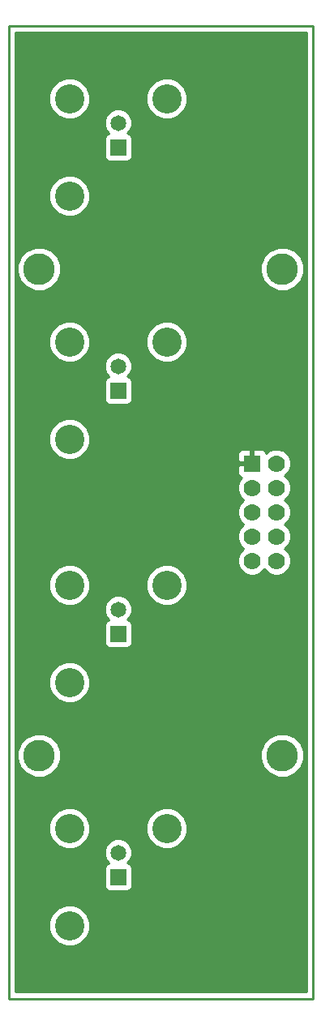
<source format=gtl>
G04 (created by PCBNEW-RS274X (20100406 SVN-R2509)-final) date Thu 17 Jun 2010 02:34:41 PM PDT*
G01*
G70*
G90*
%MOIN*%
G04 Gerber Fmt 3.4, Leading zero omitted, Abs format*
%FSLAX34Y34*%
G04 APERTURE LIST*
%ADD10C,0.001000*%
%ADD11C,0.009000*%
%ADD12C,0.120000*%
%ADD13R,0.065000X0.065000*%
%ADD14C,0.065000*%
%ADD15C,0.130000*%
%ADD16R,0.070000X0.070000*%
%ADD17C,0.070000*%
%ADD18C,0.010000*%
G04 APERTURE END LIST*
G54D10*
G54D11*
X62750Y-22000D02*
X50250Y-22000D01*
X62750Y-62000D02*
X62750Y-22000D01*
X50250Y-62000D02*
X62750Y-62000D01*
X50250Y-22000D02*
X50250Y-62000D01*
G54D12*
X52750Y-55000D03*
X52750Y-59000D03*
G54D13*
X54750Y-57000D03*
G54D14*
X54750Y-56000D03*
G54D12*
X56750Y-55000D03*
X52750Y-45000D03*
X52750Y-49000D03*
G54D13*
X54750Y-47000D03*
G54D14*
X54750Y-46000D03*
G54D12*
X56750Y-45000D03*
X52750Y-35000D03*
X52750Y-39000D03*
G54D13*
X54750Y-37000D03*
G54D14*
X54750Y-36000D03*
G54D12*
X56750Y-35000D03*
X52750Y-25000D03*
X52750Y-29000D03*
G54D13*
X54750Y-27000D03*
G54D14*
X54750Y-26000D03*
G54D12*
X56750Y-25000D03*
G54D15*
X51500Y-32000D03*
X61500Y-32000D03*
X51500Y-52000D03*
X61500Y-52000D03*
G54D16*
X60250Y-40000D03*
G54D17*
X61250Y-40000D03*
X60250Y-41000D03*
X61250Y-41000D03*
X60250Y-42000D03*
X61250Y-42000D03*
X60250Y-43000D03*
X61250Y-43000D03*
X60250Y-44000D03*
X61250Y-44000D03*
G54D18*
X50525Y-22275D02*
X62475Y-22275D01*
X50525Y-22355D02*
X62475Y-22355D01*
X50525Y-22435D02*
X62475Y-22435D01*
X50525Y-22515D02*
X62475Y-22515D01*
X50525Y-22595D02*
X62475Y-22595D01*
X50525Y-22675D02*
X62475Y-22675D01*
X50525Y-22755D02*
X62475Y-22755D01*
X50525Y-22835D02*
X62475Y-22835D01*
X50525Y-22915D02*
X62475Y-22915D01*
X50525Y-22995D02*
X62475Y-22995D01*
X50525Y-23075D02*
X62475Y-23075D01*
X50525Y-23155D02*
X62475Y-23155D01*
X50525Y-23235D02*
X62475Y-23235D01*
X50525Y-23315D02*
X62475Y-23315D01*
X50525Y-23395D02*
X62475Y-23395D01*
X50525Y-23475D02*
X62475Y-23475D01*
X50525Y-23555D02*
X62475Y-23555D01*
X50525Y-23635D02*
X62475Y-23635D01*
X50525Y-23715D02*
X62475Y-23715D01*
X50525Y-23795D02*
X62475Y-23795D01*
X50525Y-23875D02*
X62475Y-23875D01*
X50525Y-23955D02*
X62475Y-23955D01*
X50525Y-24035D02*
X62475Y-24035D01*
X50525Y-24115D02*
X62475Y-24115D01*
X50525Y-24195D02*
X52474Y-24195D01*
X53028Y-24195D02*
X56474Y-24195D01*
X57028Y-24195D02*
X62475Y-24195D01*
X50525Y-24275D02*
X52280Y-24275D01*
X53220Y-24275D02*
X56280Y-24275D01*
X57220Y-24275D02*
X62475Y-24275D01*
X50525Y-24355D02*
X52194Y-24355D01*
X53307Y-24355D02*
X56194Y-24355D01*
X57307Y-24355D02*
X62475Y-24355D01*
X50525Y-24435D02*
X52114Y-24435D01*
X53387Y-24435D02*
X56114Y-24435D01*
X57387Y-24435D02*
X62475Y-24435D01*
X50525Y-24515D02*
X52034Y-24515D01*
X53467Y-24515D02*
X56034Y-24515D01*
X57467Y-24515D02*
X62475Y-24515D01*
X50525Y-24595D02*
X51998Y-24595D01*
X53503Y-24595D02*
X55998Y-24595D01*
X57503Y-24595D02*
X62475Y-24595D01*
X50525Y-24675D02*
X51965Y-24675D01*
X53536Y-24675D02*
X55965Y-24675D01*
X57536Y-24675D02*
X62475Y-24675D01*
X50525Y-24755D02*
X51932Y-24755D01*
X53569Y-24755D02*
X55932Y-24755D01*
X57569Y-24755D02*
X62475Y-24755D01*
X50525Y-24835D02*
X51900Y-24835D01*
X53600Y-24835D02*
X55900Y-24835D01*
X57600Y-24835D02*
X62475Y-24835D01*
X50525Y-24915D02*
X51900Y-24915D01*
X53600Y-24915D02*
X55900Y-24915D01*
X57600Y-24915D02*
X62475Y-24915D01*
X50525Y-24995D02*
X51900Y-24995D01*
X53600Y-24995D02*
X55900Y-24995D01*
X57600Y-24995D02*
X62475Y-24995D01*
X50525Y-25075D02*
X51900Y-25075D01*
X53600Y-25075D02*
X55900Y-25075D01*
X57600Y-25075D02*
X62475Y-25075D01*
X50525Y-25155D02*
X51900Y-25155D01*
X53600Y-25155D02*
X55900Y-25155D01*
X57600Y-25155D02*
X62475Y-25155D01*
X50525Y-25235D02*
X51927Y-25235D01*
X53572Y-25235D02*
X55927Y-25235D01*
X57572Y-25235D02*
X62475Y-25235D01*
X50525Y-25315D02*
X51960Y-25315D01*
X53539Y-25315D02*
X55960Y-25315D01*
X57539Y-25315D02*
X62475Y-25315D01*
X50525Y-25395D02*
X51993Y-25395D01*
X53506Y-25395D02*
X55993Y-25395D01*
X57506Y-25395D02*
X62475Y-25395D01*
X50525Y-25475D02*
X52026Y-25475D01*
X53472Y-25475D02*
X54515Y-25475D01*
X54985Y-25475D02*
X56026Y-25475D01*
X57472Y-25475D02*
X62475Y-25475D01*
X50525Y-25555D02*
X52103Y-25555D01*
X53396Y-25555D02*
X54382Y-25555D01*
X55118Y-25555D02*
X56103Y-25555D01*
X57396Y-25555D02*
X62475Y-25555D01*
X50525Y-25635D02*
X52183Y-25635D01*
X53316Y-25635D02*
X54302Y-25635D01*
X55198Y-25635D02*
X56183Y-25635D01*
X57316Y-25635D02*
X62475Y-25635D01*
X50525Y-25715D02*
X52263Y-25715D01*
X53236Y-25715D02*
X54246Y-25715D01*
X55255Y-25715D02*
X56263Y-25715D01*
X57236Y-25715D02*
X62475Y-25715D01*
X50525Y-25795D02*
X52448Y-25795D01*
X53051Y-25795D02*
X54213Y-25795D01*
X55288Y-25795D02*
X56448Y-25795D01*
X57051Y-25795D02*
X62475Y-25795D01*
X50525Y-25875D02*
X54180Y-25875D01*
X55321Y-25875D02*
X62475Y-25875D01*
X50525Y-25955D02*
X54175Y-25955D01*
X55325Y-25955D02*
X62475Y-25955D01*
X50525Y-26035D02*
X54175Y-26035D01*
X55325Y-26035D02*
X62475Y-26035D01*
X50525Y-26115D02*
X54175Y-26115D01*
X55325Y-26115D02*
X62475Y-26115D01*
X50525Y-26195D02*
X54208Y-26195D01*
X55291Y-26195D02*
X62475Y-26195D01*
X50525Y-26275D02*
X54241Y-26275D01*
X55258Y-26275D02*
X62475Y-26275D01*
X50525Y-26355D02*
X54292Y-26355D01*
X55207Y-26355D02*
X62475Y-26355D01*
X50525Y-26435D02*
X54352Y-26435D01*
X55148Y-26435D02*
X62475Y-26435D01*
X50525Y-26515D02*
X54233Y-26515D01*
X55267Y-26515D02*
X62475Y-26515D01*
X50525Y-26595D02*
X54189Y-26595D01*
X55312Y-26595D02*
X62475Y-26595D01*
X50525Y-26675D02*
X54176Y-26675D01*
X55324Y-26675D02*
X62475Y-26675D01*
X50525Y-26755D02*
X54176Y-26755D01*
X55324Y-26755D02*
X62475Y-26755D01*
X50525Y-26835D02*
X54176Y-26835D01*
X55324Y-26835D02*
X62475Y-26835D01*
X50525Y-26915D02*
X54176Y-26915D01*
X55324Y-26915D02*
X62475Y-26915D01*
X50525Y-26995D02*
X54176Y-26995D01*
X55324Y-26995D02*
X62475Y-26995D01*
X50525Y-27075D02*
X54176Y-27075D01*
X55324Y-27075D02*
X62475Y-27075D01*
X50525Y-27155D02*
X54176Y-27155D01*
X55324Y-27155D02*
X62475Y-27155D01*
X50525Y-27235D02*
X54176Y-27235D01*
X55324Y-27235D02*
X62475Y-27235D01*
X50525Y-27315D02*
X54176Y-27315D01*
X55324Y-27315D02*
X62475Y-27315D01*
X50525Y-27395D02*
X54184Y-27395D01*
X55315Y-27395D02*
X62475Y-27395D01*
X50525Y-27475D02*
X54223Y-27475D01*
X55277Y-27475D02*
X62475Y-27475D01*
X50525Y-27555D02*
X54329Y-27555D01*
X55170Y-27555D02*
X62475Y-27555D01*
X50525Y-27635D02*
X62475Y-27635D01*
X50525Y-27715D02*
X62475Y-27715D01*
X50525Y-27795D02*
X62475Y-27795D01*
X50525Y-27875D02*
X62475Y-27875D01*
X50525Y-27955D02*
X62475Y-27955D01*
X50525Y-28035D02*
X62475Y-28035D01*
X50525Y-28115D02*
X62475Y-28115D01*
X50525Y-28195D02*
X52472Y-28195D01*
X53028Y-28195D02*
X62475Y-28195D01*
X50525Y-28275D02*
X52280Y-28275D01*
X53220Y-28275D02*
X62475Y-28275D01*
X50525Y-28355D02*
X52194Y-28355D01*
X53307Y-28355D02*
X62475Y-28355D01*
X50525Y-28435D02*
X52114Y-28435D01*
X53387Y-28435D02*
X62475Y-28435D01*
X50525Y-28515D02*
X52034Y-28515D01*
X53467Y-28515D02*
X62475Y-28515D01*
X50525Y-28595D02*
X51998Y-28595D01*
X53503Y-28595D02*
X62475Y-28595D01*
X50525Y-28675D02*
X51965Y-28675D01*
X53536Y-28675D02*
X62475Y-28675D01*
X50525Y-28755D02*
X51932Y-28755D01*
X53569Y-28755D02*
X62475Y-28755D01*
X50525Y-28835D02*
X51900Y-28835D01*
X53600Y-28835D02*
X62475Y-28835D01*
X50525Y-28915D02*
X51900Y-28915D01*
X53600Y-28915D02*
X62475Y-28915D01*
X50525Y-28995D02*
X51900Y-28995D01*
X53600Y-28995D02*
X62475Y-28995D01*
X50525Y-29075D02*
X51900Y-29075D01*
X53600Y-29075D02*
X62475Y-29075D01*
X50525Y-29155D02*
X51900Y-29155D01*
X53600Y-29155D02*
X62475Y-29155D01*
X50525Y-29235D02*
X51927Y-29235D01*
X53572Y-29235D02*
X62475Y-29235D01*
X50525Y-29315D02*
X51960Y-29315D01*
X53539Y-29315D02*
X62475Y-29315D01*
X50525Y-29395D02*
X51993Y-29395D01*
X53506Y-29395D02*
X62475Y-29395D01*
X50525Y-29475D02*
X52026Y-29475D01*
X53472Y-29475D02*
X62475Y-29475D01*
X50525Y-29555D02*
X52103Y-29555D01*
X53396Y-29555D02*
X62475Y-29555D01*
X50525Y-29635D02*
X52183Y-29635D01*
X53316Y-29635D02*
X62475Y-29635D01*
X50525Y-29715D02*
X52263Y-29715D01*
X53236Y-29715D02*
X62475Y-29715D01*
X50525Y-29795D02*
X52448Y-29795D01*
X53051Y-29795D02*
X62475Y-29795D01*
X50525Y-29875D02*
X62475Y-29875D01*
X50525Y-29955D02*
X62475Y-29955D01*
X50525Y-30035D02*
X62475Y-30035D01*
X50525Y-30115D02*
X62475Y-30115D01*
X50525Y-30195D02*
X62475Y-30195D01*
X50525Y-30275D02*
X62475Y-30275D01*
X50525Y-30355D02*
X62475Y-30355D01*
X50525Y-30435D02*
X62475Y-30435D01*
X50525Y-30515D02*
X62475Y-30515D01*
X50525Y-30595D02*
X62475Y-30595D01*
X50525Y-30675D02*
X62475Y-30675D01*
X50525Y-30755D02*
X62475Y-30755D01*
X50525Y-30835D02*
X62475Y-30835D01*
X50525Y-30915D02*
X62475Y-30915D01*
X50525Y-30995D02*
X62475Y-30995D01*
X50525Y-31075D02*
X62475Y-31075D01*
X50525Y-31155D02*
X51190Y-31155D01*
X51812Y-31155D02*
X61190Y-31155D01*
X61812Y-31155D02*
X62475Y-31155D01*
X50525Y-31235D02*
X50996Y-31235D01*
X52004Y-31235D02*
X60996Y-31235D01*
X62004Y-31235D02*
X62475Y-31235D01*
X50525Y-31315D02*
X50913Y-31315D01*
X52088Y-31315D02*
X60913Y-31315D01*
X62088Y-31315D02*
X62475Y-31315D01*
X50525Y-31395D02*
X50833Y-31395D01*
X52168Y-31395D02*
X60833Y-31395D01*
X62168Y-31395D02*
X62475Y-31395D01*
X50525Y-31475D02*
X50753Y-31475D01*
X52248Y-31475D02*
X60753Y-31475D01*
X62248Y-31475D02*
X62475Y-31475D01*
X50525Y-31555D02*
X50711Y-31555D01*
X52290Y-31555D02*
X60711Y-31555D01*
X62290Y-31555D02*
X62475Y-31555D01*
X50525Y-31635D02*
X50678Y-31635D01*
X52323Y-31635D02*
X60678Y-31635D01*
X62323Y-31635D02*
X62475Y-31635D01*
X50525Y-31715D02*
X50644Y-31715D01*
X52356Y-31715D02*
X60644Y-31715D01*
X62356Y-31715D02*
X62475Y-31715D01*
X50525Y-31795D02*
X50611Y-31795D01*
X52389Y-31795D02*
X60611Y-31795D01*
X62389Y-31795D02*
X62475Y-31795D01*
X50525Y-31875D02*
X50600Y-31875D01*
X52400Y-31875D02*
X60600Y-31875D01*
X62400Y-31875D02*
X62475Y-31875D01*
X50525Y-31955D02*
X50600Y-31955D01*
X52400Y-31955D02*
X60600Y-31955D01*
X62400Y-31955D02*
X62475Y-31955D01*
X50525Y-32035D02*
X50600Y-32035D01*
X52400Y-32035D02*
X60600Y-32035D01*
X62400Y-32035D02*
X62475Y-32035D01*
X50525Y-32115D02*
X50600Y-32115D01*
X52400Y-32115D02*
X60600Y-32115D01*
X62400Y-32115D02*
X62475Y-32115D01*
X50525Y-32195D02*
X50607Y-32195D01*
X52393Y-32195D02*
X60607Y-32195D01*
X62393Y-32195D02*
X62475Y-32195D01*
X50525Y-32275D02*
X50640Y-32275D01*
X52360Y-32275D02*
X60640Y-32275D01*
X62360Y-32275D02*
X62475Y-32275D01*
X50525Y-32355D02*
X50673Y-32355D01*
X52327Y-32355D02*
X60673Y-32355D01*
X62327Y-32355D02*
X62475Y-32355D01*
X50525Y-32435D02*
X50706Y-32435D01*
X52293Y-32435D02*
X60706Y-32435D01*
X62293Y-32435D02*
X62475Y-32435D01*
X50525Y-32515D02*
X50742Y-32515D01*
X52257Y-32515D02*
X60742Y-32515D01*
X62257Y-32515D02*
X62475Y-32515D01*
X50525Y-32595D02*
X50822Y-32595D01*
X52177Y-32595D02*
X60822Y-32595D01*
X62177Y-32595D02*
X62475Y-32595D01*
X50525Y-32675D02*
X50902Y-32675D01*
X52097Y-32675D02*
X60902Y-32675D01*
X62097Y-32675D02*
X62475Y-32675D01*
X50525Y-32755D02*
X50982Y-32755D01*
X52017Y-32755D02*
X60982Y-32755D01*
X62017Y-32755D02*
X62475Y-32755D01*
X50525Y-32835D02*
X51164Y-32835D01*
X51835Y-32835D02*
X61164Y-32835D01*
X61835Y-32835D02*
X62475Y-32835D01*
X50525Y-32915D02*
X62475Y-32915D01*
X50525Y-32995D02*
X62475Y-32995D01*
X50525Y-33075D02*
X62475Y-33075D01*
X50525Y-33155D02*
X62475Y-33155D01*
X50525Y-33235D02*
X62475Y-33235D01*
X50525Y-33315D02*
X62475Y-33315D01*
X50525Y-33395D02*
X62475Y-33395D01*
X50525Y-33475D02*
X62475Y-33475D01*
X50525Y-33555D02*
X62475Y-33555D01*
X50525Y-33635D02*
X62475Y-33635D01*
X50525Y-33715D02*
X62475Y-33715D01*
X50525Y-33795D02*
X62475Y-33795D01*
X50525Y-33875D02*
X62475Y-33875D01*
X50525Y-33955D02*
X62475Y-33955D01*
X50525Y-34035D02*
X62475Y-34035D01*
X50525Y-34115D02*
X62475Y-34115D01*
X50525Y-34195D02*
X52472Y-34195D01*
X53028Y-34195D02*
X56472Y-34195D01*
X57028Y-34195D02*
X62475Y-34195D01*
X50525Y-34275D02*
X52280Y-34275D01*
X53220Y-34275D02*
X56280Y-34275D01*
X57220Y-34275D02*
X62475Y-34275D01*
X50525Y-34355D02*
X52194Y-34355D01*
X53307Y-34355D02*
X56194Y-34355D01*
X57307Y-34355D02*
X62475Y-34355D01*
X50525Y-34435D02*
X52114Y-34435D01*
X53387Y-34435D02*
X56114Y-34435D01*
X57387Y-34435D02*
X62475Y-34435D01*
X50525Y-34515D02*
X52034Y-34515D01*
X53467Y-34515D02*
X56034Y-34515D01*
X57467Y-34515D02*
X62475Y-34515D01*
X50525Y-34595D02*
X51998Y-34595D01*
X53503Y-34595D02*
X55998Y-34595D01*
X57503Y-34595D02*
X62475Y-34595D01*
X50525Y-34675D02*
X51965Y-34675D01*
X53536Y-34675D02*
X55965Y-34675D01*
X57536Y-34675D02*
X62475Y-34675D01*
X50525Y-34755D02*
X51932Y-34755D01*
X53569Y-34755D02*
X55932Y-34755D01*
X57569Y-34755D02*
X62475Y-34755D01*
X50525Y-34835D02*
X51900Y-34835D01*
X53600Y-34835D02*
X55900Y-34835D01*
X57600Y-34835D02*
X62475Y-34835D01*
X50525Y-34915D02*
X51900Y-34915D01*
X53600Y-34915D02*
X55900Y-34915D01*
X57600Y-34915D02*
X62475Y-34915D01*
X50525Y-34995D02*
X51900Y-34995D01*
X53600Y-34995D02*
X55900Y-34995D01*
X57600Y-34995D02*
X62475Y-34995D01*
X50525Y-35075D02*
X51900Y-35075D01*
X53600Y-35075D02*
X55900Y-35075D01*
X57600Y-35075D02*
X62475Y-35075D01*
X50525Y-35155D02*
X51900Y-35155D01*
X53600Y-35155D02*
X55900Y-35155D01*
X57600Y-35155D02*
X62475Y-35155D01*
X50525Y-35235D02*
X51927Y-35235D01*
X53572Y-35235D02*
X55927Y-35235D01*
X57572Y-35235D02*
X62475Y-35235D01*
X50525Y-35315D02*
X51960Y-35315D01*
X53539Y-35315D02*
X55960Y-35315D01*
X57539Y-35315D02*
X62475Y-35315D01*
X50525Y-35395D02*
X51993Y-35395D01*
X53506Y-35395D02*
X55993Y-35395D01*
X57506Y-35395D02*
X62475Y-35395D01*
X50525Y-35475D02*
X52026Y-35475D01*
X53472Y-35475D02*
X54515Y-35475D01*
X54985Y-35475D02*
X56026Y-35475D01*
X57472Y-35475D02*
X62475Y-35475D01*
X50525Y-35555D02*
X52103Y-35555D01*
X53396Y-35555D02*
X54382Y-35555D01*
X55118Y-35555D02*
X56103Y-35555D01*
X57396Y-35555D02*
X62475Y-35555D01*
X50525Y-35635D02*
X52183Y-35635D01*
X53316Y-35635D02*
X54302Y-35635D01*
X55198Y-35635D02*
X56183Y-35635D01*
X57316Y-35635D02*
X62475Y-35635D01*
X50525Y-35715D02*
X52263Y-35715D01*
X53236Y-35715D02*
X54246Y-35715D01*
X55255Y-35715D02*
X56263Y-35715D01*
X57236Y-35715D02*
X62475Y-35715D01*
X50525Y-35795D02*
X52448Y-35795D01*
X53051Y-35795D02*
X54213Y-35795D01*
X55288Y-35795D02*
X56448Y-35795D01*
X57051Y-35795D02*
X62475Y-35795D01*
X50525Y-35875D02*
X54180Y-35875D01*
X55321Y-35875D02*
X62475Y-35875D01*
X50525Y-35955D02*
X54175Y-35955D01*
X55325Y-35955D02*
X62475Y-35955D01*
X50525Y-36035D02*
X54175Y-36035D01*
X55325Y-36035D02*
X62475Y-36035D01*
X50525Y-36115D02*
X54175Y-36115D01*
X55325Y-36115D02*
X62475Y-36115D01*
X50525Y-36195D02*
X54208Y-36195D01*
X55291Y-36195D02*
X62475Y-36195D01*
X50525Y-36275D02*
X54241Y-36275D01*
X55258Y-36275D02*
X62475Y-36275D01*
X50525Y-36355D02*
X54292Y-36355D01*
X55207Y-36355D02*
X62475Y-36355D01*
X50525Y-36435D02*
X54352Y-36435D01*
X55148Y-36435D02*
X62475Y-36435D01*
X50525Y-36515D02*
X54233Y-36515D01*
X55267Y-36515D02*
X62475Y-36515D01*
X50525Y-36595D02*
X54189Y-36595D01*
X55312Y-36595D02*
X62475Y-36595D01*
X50525Y-36675D02*
X54176Y-36675D01*
X55324Y-36675D02*
X62475Y-36675D01*
X50525Y-36755D02*
X54176Y-36755D01*
X55324Y-36755D02*
X62475Y-36755D01*
X50525Y-36835D02*
X54176Y-36835D01*
X55324Y-36835D02*
X62475Y-36835D01*
X50525Y-36915D02*
X54176Y-36915D01*
X55324Y-36915D02*
X62475Y-36915D01*
X50525Y-36995D02*
X54176Y-36995D01*
X55324Y-36995D02*
X62475Y-36995D01*
X50525Y-37075D02*
X54176Y-37075D01*
X55324Y-37075D02*
X62475Y-37075D01*
X50525Y-37155D02*
X54176Y-37155D01*
X55324Y-37155D02*
X62475Y-37155D01*
X50525Y-37235D02*
X54176Y-37235D01*
X55324Y-37235D02*
X62475Y-37235D01*
X50525Y-37315D02*
X54176Y-37315D01*
X55324Y-37315D02*
X62475Y-37315D01*
X50525Y-37395D02*
X54184Y-37395D01*
X55315Y-37395D02*
X62475Y-37395D01*
X50525Y-37475D02*
X54223Y-37475D01*
X55277Y-37475D02*
X62475Y-37475D01*
X50525Y-37555D02*
X54329Y-37555D01*
X55170Y-37555D02*
X62475Y-37555D01*
X50525Y-37635D02*
X62475Y-37635D01*
X50525Y-37715D02*
X62475Y-37715D01*
X50525Y-37795D02*
X62475Y-37795D01*
X50525Y-37875D02*
X62475Y-37875D01*
X50525Y-37955D02*
X62475Y-37955D01*
X50525Y-38035D02*
X62475Y-38035D01*
X50525Y-38115D02*
X62475Y-38115D01*
X50525Y-38195D02*
X52472Y-38195D01*
X53028Y-38195D02*
X62475Y-38195D01*
X50525Y-38275D02*
X52280Y-38275D01*
X53220Y-38275D02*
X62475Y-38275D01*
X50525Y-38355D02*
X52194Y-38355D01*
X53307Y-38355D02*
X62475Y-38355D01*
X50525Y-38435D02*
X52114Y-38435D01*
X53387Y-38435D02*
X62475Y-38435D01*
X50525Y-38515D02*
X52034Y-38515D01*
X53467Y-38515D02*
X62475Y-38515D01*
X50525Y-38595D02*
X51998Y-38595D01*
X53503Y-38595D02*
X62475Y-38595D01*
X50525Y-38675D02*
X51965Y-38675D01*
X53536Y-38675D02*
X62475Y-38675D01*
X50525Y-38755D02*
X51932Y-38755D01*
X53569Y-38755D02*
X62475Y-38755D01*
X50525Y-38835D02*
X51900Y-38835D01*
X53600Y-38835D02*
X62475Y-38835D01*
X50525Y-38915D02*
X51900Y-38915D01*
X53600Y-38915D02*
X62475Y-38915D01*
X50525Y-38995D02*
X51900Y-38995D01*
X53600Y-38995D02*
X62475Y-38995D01*
X50525Y-39075D02*
X51900Y-39075D01*
X53600Y-39075D02*
X62475Y-39075D01*
X50525Y-39155D02*
X51900Y-39155D01*
X53600Y-39155D02*
X62475Y-39155D01*
X50525Y-39235D02*
X51927Y-39235D01*
X53572Y-39235D02*
X62475Y-39235D01*
X50525Y-39315D02*
X51960Y-39315D01*
X53539Y-39315D02*
X62475Y-39315D01*
X50525Y-39395D02*
X51993Y-39395D01*
X53506Y-39395D02*
X62475Y-39395D01*
X50525Y-39475D02*
X52026Y-39475D01*
X53472Y-39475D02*
X59723Y-39475D01*
X60200Y-39475D02*
X60300Y-39475D01*
X60777Y-39475D02*
X60953Y-39475D01*
X61548Y-39475D02*
X62475Y-39475D01*
X50525Y-39555D02*
X52103Y-39555D01*
X53396Y-39555D02*
X59670Y-39555D01*
X60200Y-39555D02*
X60300Y-39555D01*
X60831Y-39555D02*
X60848Y-39555D01*
X61652Y-39555D02*
X62475Y-39555D01*
X50525Y-39635D02*
X52183Y-39635D01*
X53316Y-39635D02*
X59651Y-39635D01*
X60200Y-39635D02*
X60300Y-39635D01*
X61732Y-39635D02*
X62475Y-39635D01*
X50525Y-39715D02*
X52263Y-39715D01*
X53236Y-39715D02*
X59651Y-39715D01*
X60200Y-39715D02*
X60300Y-39715D01*
X61781Y-39715D02*
X62475Y-39715D01*
X50525Y-39795D02*
X52448Y-39795D01*
X53051Y-39795D02*
X59651Y-39795D01*
X60200Y-39795D02*
X60300Y-39795D01*
X61814Y-39795D02*
X62475Y-39795D01*
X50525Y-39875D02*
X59651Y-39875D01*
X60200Y-39875D02*
X60300Y-39875D01*
X61847Y-39875D02*
X62475Y-39875D01*
X50525Y-39955D02*
X60300Y-39955D01*
X61849Y-39955D02*
X62475Y-39955D01*
X50525Y-40035D02*
X60300Y-40035D01*
X61849Y-40035D02*
X62475Y-40035D01*
X50525Y-40115D02*
X59650Y-40115D01*
X61849Y-40115D02*
X62475Y-40115D01*
X50525Y-40195D02*
X59650Y-40195D01*
X61817Y-40195D02*
X62475Y-40195D01*
X50525Y-40275D02*
X59650Y-40275D01*
X61784Y-40275D02*
X62475Y-40275D01*
X50525Y-40355D02*
X59650Y-40355D01*
X61741Y-40355D02*
X62475Y-40355D01*
X50525Y-40435D02*
X59665Y-40435D01*
X61660Y-40435D02*
X62475Y-40435D01*
X50525Y-40515D02*
X59713Y-40515D01*
X61612Y-40515D02*
X62475Y-40515D01*
X50525Y-40595D02*
X59808Y-40595D01*
X61692Y-40595D02*
X62475Y-40595D01*
X50525Y-40675D02*
X59737Y-40675D01*
X61764Y-40675D02*
X62475Y-40675D01*
X50525Y-40755D02*
X59704Y-40755D01*
X61797Y-40755D02*
X62475Y-40755D01*
X50525Y-40835D02*
X59671Y-40835D01*
X61830Y-40835D02*
X62475Y-40835D01*
X50525Y-40915D02*
X59651Y-40915D01*
X61849Y-40915D02*
X62475Y-40915D01*
X50525Y-40995D02*
X59651Y-40995D01*
X61849Y-40995D02*
X62475Y-40995D01*
X50525Y-41075D02*
X59651Y-41075D01*
X61849Y-41075D02*
X62475Y-41075D01*
X50525Y-41155D02*
X59665Y-41155D01*
X61834Y-41155D02*
X62475Y-41155D01*
X50525Y-41235D02*
X59698Y-41235D01*
X61801Y-41235D02*
X62475Y-41235D01*
X50525Y-41315D02*
X59732Y-41315D01*
X61767Y-41315D02*
X62475Y-41315D01*
X50525Y-41395D02*
X59798Y-41395D01*
X61701Y-41395D02*
X62475Y-41395D01*
X50525Y-41475D02*
X59878Y-41475D01*
X61620Y-41475D02*
X62475Y-41475D01*
X50525Y-41555D02*
X59847Y-41555D01*
X61652Y-41555D02*
X62475Y-41555D01*
X50525Y-41635D02*
X59768Y-41635D01*
X61732Y-41635D02*
X62475Y-41635D01*
X50525Y-41715D02*
X59720Y-41715D01*
X61781Y-41715D02*
X62475Y-41715D01*
X50525Y-41795D02*
X59687Y-41795D01*
X61814Y-41795D02*
X62475Y-41795D01*
X50525Y-41875D02*
X59654Y-41875D01*
X61847Y-41875D02*
X62475Y-41875D01*
X50525Y-41955D02*
X59651Y-41955D01*
X61849Y-41955D02*
X62475Y-41955D01*
X50525Y-42035D02*
X59651Y-42035D01*
X61849Y-42035D02*
X62475Y-42035D01*
X50525Y-42115D02*
X59651Y-42115D01*
X61849Y-42115D02*
X62475Y-42115D01*
X50525Y-42195D02*
X59682Y-42195D01*
X61817Y-42195D02*
X62475Y-42195D01*
X50525Y-42275D02*
X59715Y-42275D01*
X61784Y-42275D02*
X62475Y-42275D01*
X50525Y-42355D02*
X59758Y-42355D01*
X61741Y-42355D02*
X62475Y-42355D01*
X50525Y-42435D02*
X59838Y-42435D01*
X61660Y-42435D02*
X62475Y-42435D01*
X50525Y-42515D02*
X59887Y-42515D01*
X61612Y-42515D02*
X62475Y-42515D01*
X50525Y-42595D02*
X59808Y-42595D01*
X61692Y-42595D02*
X62475Y-42595D01*
X50525Y-42675D02*
X59737Y-42675D01*
X61764Y-42675D02*
X62475Y-42675D01*
X50525Y-42755D02*
X59704Y-42755D01*
X61797Y-42755D02*
X62475Y-42755D01*
X50525Y-42835D02*
X59671Y-42835D01*
X61830Y-42835D02*
X62475Y-42835D01*
X50525Y-42915D02*
X59651Y-42915D01*
X61849Y-42915D02*
X62475Y-42915D01*
X50525Y-42995D02*
X59651Y-42995D01*
X61849Y-42995D02*
X62475Y-42995D01*
X50525Y-43075D02*
X59651Y-43075D01*
X61849Y-43075D02*
X62475Y-43075D01*
X50525Y-43155D02*
X59665Y-43155D01*
X61834Y-43155D02*
X62475Y-43155D01*
X50525Y-43235D02*
X59698Y-43235D01*
X61801Y-43235D02*
X62475Y-43235D01*
X50525Y-43315D02*
X59732Y-43315D01*
X61767Y-43315D02*
X62475Y-43315D01*
X50525Y-43395D02*
X59798Y-43395D01*
X61701Y-43395D02*
X62475Y-43395D01*
X50525Y-43475D02*
X59878Y-43475D01*
X61620Y-43475D02*
X62475Y-43475D01*
X50525Y-43555D02*
X59847Y-43555D01*
X61652Y-43555D02*
X62475Y-43555D01*
X50525Y-43635D02*
X59768Y-43635D01*
X61732Y-43635D02*
X62475Y-43635D01*
X50525Y-43715D02*
X59720Y-43715D01*
X61781Y-43715D02*
X62475Y-43715D01*
X50525Y-43795D02*
X59687Y-43795D01*
X61814Y-43795D02*
X62475Y-43795D01*
X50525Y-43875D02*
X59654Y-43875D01*
X61847Y-43875D02*
X62475Y-43875D01*
X50525Y-43955D02*
X59651Y-43955D01*
X61849Y-43955D02*
X62475Y-43955D01*
X50525Y-44035D02*
X59651Y-44035D01*
X61849Y-44035D02*
X62475Y-44035D01*
X50525Y-44115D02*
X59651Y-44115D01*
X61849Y-44115D02*
X62475Y-44115D01*
X50525Y-44195D02*
X52472Y-44195D01*
X53028Y-44195D02*
X56472Y-44195D01*
X57028Y-44195D02*
X59682Y-44195D01*
X61817Y-44195D02*
X62475Y-44195D01*
X50525Y-44275D02*
X52280Y-44275D01*
X53220Y-44275D02*
X56280Y-44275D01*
X57220Y-44275D02*
X59715Y-44275D01*
X61784Y-44275D02*
X62475Y-44275D01*
X50525Y-44355D02*
X52194Y-44355D01*
X53307Y-44355D02*
X56194Y-44355D01*
X57307Y-44355D02*
X59758Y-44355D01*
X60740Y-44355D02*
X60758Y-44355D01*
X61742Y-44355D02*
X62475Y-44355D01*
X50525Y-44435D02*
X52114Y-44435D01*
X53387Y-44435D02*
X56114Y-44435D01*
X57387Y-44435D02*
X59838Y-44435D01*
X60661Y-44435D02*
X60838Y-44435D01*
X61662Y-44435D02*
X62475Y-44435D01*
X50525Y-44515D02*
X52034Y-44515D01*
X53467Y-44515D02*
X56034Y-44515D01*
X57467Y-44515D02*
X59927Y-44515D01*
X60572Y-44515D02*
X60927Y-44515D01*
X61572Y-44515D02*
X62475Y-44515D01*
X50525Y-44595D02*
X51998Y-44595D01*
X53503Y-44595D02*
X55998Y-44595D01*
X57503Y-44595D02*
X60121Y-44595D01*
X60378Y-44595D02*
X61121Y-44595D01*
X61378Y-44595D02*
X62475Y-44595D01*
X50525Y-44675D02*
X51965Y-44675D01*
X53536Y-44675D02*
X55965Y-44675D01*
X57536Y-44675D02*
X62475Y-44675D01*
X50525Y-44755D02*
X51932Y-44755D01*
X53569Y-44755D02*
X55932Y-44755D01*
X57569Y-44755D02*
X62475Y-44755D01*
X50525Y-44835D02*
X51900Y-44835D01*
X53600Y-44835D02*
X55900Y-44835D01*
X57600Y-44835D02*
X62475Y-44835D01*
X50525Y-44915D02*
X51900Y-44915D01*
X53600Y-44915D02*
X55900Y-44915D01*
X57600Y-44915D02*
X62475Y-44915D01*
X50525Y-44995D02*
X51900Y-44995D01*
X53600Y-44995D02*
X55900Y-44995D01*
X57600Y-44995D02*
X62475Y-44995D01*
X50525Y-45075D02*
X51900Y-45075D01*
X53600Y-45075D02*
X55900Y-45075D01*
X57600Y-45075D02*
X62475Y-45075D01*
X50525Y-45155D02*
X51900Y-45155D01*
X53600Y-45155D02*
X55900Y-45155D01*
X57600Y-45155D02*
X62475Y-45155D01*
X50525Y-45235D02*
X51927Y-45235D01*
X53572Y-45235D02*
X55927Y-45235D01*
X57572Y-45235D02*
X62475Y-45235D01*
X50525Y-45315D02*
X51960Y-45315D01*
X53539Y-45315D02*
X55960Y-45315D01*
X57539Y-45315D02*
X62475Y-45315D01*
X50525Y-45395D02*
X51993Y-45395D01*
X53506Y-45395D02*
X55993Y-45395D01*
X57506Y-45395D02*
X62475Y-45395D01*
X50525Y-45475D02*
X52026Y-45475D01*
X53472Y-45475D02*
X54515Y-45475D01*
X54985Y-45475D02*
X56026Y-45475D01*
X57472Y-45475D02*
X62475Y-45475D01*
X50525Y-45555D02*
X52103Y-45555D01*
X53396Y-45555D02*
X54382Y-45555D01*
X55118Y-45555D02*
X56103Y-45555D01*
X57396Y-45555D02*
X62475Y-45555D01*
X50525Y-45635D02*
X52183Y-45635D01*
X53316Y-45635D02*
X54302Y-45635D01*
X55198Y-45635D02*
X56183Y-45635D01*
X57316Y-45635D02*
X62475Y-45635D01*
X50525Y-45715D02*
X52263Y-45715D01*
X53236Y-45715D02*
X54246Y-45715D01*
X55255Y-45715D02*
X56263Y-45715D01*
X57236Y-45715D02*
X62475Y-45715D01*
X50525Y-45795D02*
X52448Y-45795D01*
X53051Y-45795D02*
X54213Y-45795D01*
X55288Y-45795D02*
X56448Y-45795D01*
X57051Y-45795D02*
X62475Y-45795D01*
X50525Y-45875D02*
X54180Y-45875D01*
X55321Y-45875D02*
X62475Y-45875D01*
X50525Y-45955D02*
X54175Y-45955D01*
X55325Y-45955D02*
X62475Y-45955D01*
X50525Y-46035D02*
X54175Y-46035D01*
X55325Y-46035D02*
X62475Y-46035D01*
X50525Y-46115D02*
X54175Y-46115D01*
X55325Y-46115D02*
X62475Y-46115D01*
X50525Y-46195D02*
X54208Y-46195D01*
X55291Y-46195D02*
X62475Y-46195D01*
X50525Y-46275D02*
X54241Y-46275D01*
X55258Y-46275D02*
X62475Y-46275D01*
X50525Y-46355D02*
X54292Y-46355D01*
X55207Y-46355D02*
X62475Y-46355D01*
X50525Y-46435D02*
X54352Y-46435D01*
X55148Y-46435D02*
X62475Y-46435D01*
X50525Y-46515D02*
X54233Y-46515D01*
X55267Y-46515D02*
X62475Y-46515D01*
X50525Y-46595D02*
X54189Y-46595D01*
X55312Y-46595D02*
X62475Y-46595D01*
X50525Y-46675D02*
X54176Y-46675D01*
X55324Y-46675D02*
X62475Y-46675D01*
X50525Y-46755D02*
X54176Y-46755D01*
X55324Y-46755D02*
X62475Y-46755D01*
X50525Y-46835D02*
X54176Y-46835D01*
X55324Y-46835D02*
X62475Y-46835D01*
X50525Y-46915D02*
X54176Y-46915D01*
X55324Y-46915D02*
X62475Y-46915D01*
X50525Y-46995D02*
X54176Y-46995D01*
X55324Y-46995D02*
X62475Y-46995D01*
X50525Y-47075D02*
X54176Y-47075D01*
X55324Y-47075D02*
X62475Y-47075D01*
X50525Y-47155D02*
X54176Y-47155D01*
X55324Y-47155D02*
X62475Y-47155D01*
X50525Y-47235D02*
X54176Y-47235D01*
X55324Y-47235D02*
X62475Y-47235D01*
X50525Y-47315D02*
X54176Y-47315D01*
X55324Y-47315D02*
X62475Y-47315D01*
X50525Y-47395D02*
X54184Y-47395D01*
X55315Y-47395D02*
X62475Y-47395D01*
X50525Y-47475D02*
X54223Y-47475D01*
X55277Y-47475D02*
X62475Y-47475D01*
X50525Y-47555D02*
X54329Y-47555D01*
X55170Y-47555D02*
X62475Y-47555D01*
X50525Y-47635D02*
X62475Y-47635D01*
X50525Y-47715D02*
X62475Y-47715D01*
X50525Y-47795D02*
X62475Y-47795D01*
X50525Y-47875D02*
X62475Y-47875D01*
X50525Y-47955D02*
X62475Y-47955D01*
X50525Y-48035D02*
X62475Y-48035D01*
X50525Y-48115D02*
X62475Y-48115D01*
X50525Y-48195D02*
X52472Y-48195D01*
X53028Y-48195D02*
X62475Y-48195D01*
X50525Y-48275D02*
X52280Y-48275D01*
X53220Y-48275D02*
X62475Y-48275D01*
X50525Y-48355D02*
X52194Y-48355D01*
X53307Y-48355D02*
X62475Y-48355D01*
X50525Y-48435D02*
X52114Y-48435D01*
X53387Y-48435D02*
X62475Y-48435D01*
X50525Y-48515D02*
X52034Y-48515D01*
X53467Y-48515D02*
X62475Y-48515D01*
X50525Y-48595D02*
X51998Y-48595D01*
X53503Y-48595D02*
X62475Y-48595D01*
X50525Y-48675D02*
X51965Y-48675D01*
X53536Y-48675D02*
X62475Y-48675D01*
X50525Y-48755D02*
X51932Y-48755D01*
X53569Y-48755D02*
X62475Y-48755D01*
X50525Y-48835D02*
X51900Y-48835D01*
X53600Y-48835D02*
X62475Y-48835D01*
X50525Y-48915D02*
X51900Y-48915D01*
X53600Y-48915D02*
X62475Y-48915D01*
X50525Y-48995D02*
X51900Y-48995D01*
X53600Y-48995D02*
X62475Y-48995D01*
X50525Y-49075D02*
X51900Y-49075D01*
X53600Y-49075D02*
X62475Y-49075D01*
X50525Y-49155D02*
X51900Y-49155D01*
X53600Y-49155D02*
X62475Y-49155D01*
X50525Y-49235D02*
X51927Y-49235D01*
X53572Y-49235D02*
X62475Y-49235D01*
X50525Y-49315D02*
X51960Y-49315D01*
X53539Y-49315D02*
X62475Y-49315D01*
X50525Y-49395D02*
X51993Y-49395D01*
X53506Y-49395D02*
X62475Y-49395D01*
X50525Y-49475D02*
X52026Y-49475D01*
X53472Y-49475D02*
X62475Y-49475D01*
X50525Y-49555D02*
X52103Y-49555D01*
X53396Y-49555D02*
X62475Y-49555D01*
X50525Y-49635D02*
X52183Y-49635D01*
X53316Y-49635D02*
X62475Y-49635D01*
X50525Y-49715D02*
X52263Y-49715D01*
X53236Y-49715D02*
X62475Y-49715D01*
X50525Y-49795D02*
X52448Y-49795D01*
X53051Y-49795D02*
X62475Y-49795D01*
X50525Y-49875D02*
X62475Y-49875D01*
X50525Y-49955D02*
X62475Y-49955D01*
X50525Y-50035D02*
X62475Y-50035D01*
X50525Y-50115D02*
X62475Y-50115D01*
X50525Y-50195D02*
X62475Y-50195D01*
X50525Y-50275D02*
X62475Y-50275D01*
X50525Y-50355D02*
X62475Y-50355D01*
X50525Y-50435D02*
X62475Y-50435D01*
X50525Y-50515D02*
X62475Y-50515D01*
X50525Y-50595D02*
X62475Y-50595D01*
X50525Y-50675D02*
X62475Y-50675D01*
X50525Y-50755D02*
X62475Y-50755D01*
X50525Y-50835D02*
X62475Y-50835D01*
X50525Y-50915D02*
X62475Y-50915D01*
X50525Y-50995D02*
X62475Y-50995D01*
X50525Y-51075D02*
X62475Y-51075D01*
X50525Y-51155D02*
X51188Y-51155D01*
X51812Y-51155D02*
X61190Y-51155D01*
X61812Y-51155D02*
X62475Y-51155D01*
X50525Y-51235D02*
X50996Y-51235D01*
X52004Y-51235D02*
X60996Y-51235D01*
X62004Y-51235D02*
X62475Y-51235D01*
X50525Y-51315D02*
X50913Y-51315D01*
X52088Y-51315D02*
X60913Y-51315D01*
X62088Y-51315D02*
X62475Y-51315D01*
X50525Y-51395D02*
X50833Y-51395D01*
X52168Y-51395D02*
X60833Y-51395D01*
X62168Y-51395D02*
X62475Y-51395D01*
X50525Y-51475D02*
X50753Y-51475D01*
X52248Y-51475D02*
X60753Y-51475D01*
X62248Y-51475D02*
X62475Y-51475D01*
X50525Y-51555D02*
X50711Y-51555D01*
X52290Y-51555D02*
X60711Y-51555D01*
X62290Y-51555D02*
X62475Y-51555D01*
X50525Y-51635D02*
X50678Y-51635D01*
X52323Y-51635D02*
X60678Y-51635D01*
X62323Y-51635D02*
X62475Y-51635D01*
X50525Y-51715D02*
X50644Y-51715D01*
X52356Y-51715D02*
X60644Y-51715D01*
X62356Y-51715D02*
X62475Y-51715D01*
X50525Y-51795D02*
X50611Y-51795D01*
X52389Y-51795D02*
X60611Y-51795D01*
X62389Y-51795D02*
X62475Y-51795D01*
X50525Y-51875D02*
X50600Y-51875D01*
X52400Y-51875D02*
X60600Y-51875D01*
X62400Y-51875D02*
X62475Y-51875D01*
X50525Y-51955D02*
X50600Y-51955D01*
X52400Y-51955D02*
X60600Y-51955D01*
X62400Y-51955D02*
X62475Y-51955D01*
X50525Y-52035D02*
X50600Y-52035D01*
X52400Y-52035D02*
X60600Y-52035D01*
X62400Y-52035D02*
X62475Y-52035D01*
X50525Y-52115D02*
X50600Y-52115D01*
X52400Y-52115D02*
X60600Y-52115D01*
X62400Y-52115D02*
X62475Y-52115D01*
X50525Y-52195D02*
X50607Y-52195D01*
X52393Y-52195D02*
X60607Y-52195D01*
X62393Y-52195D02*
X62475Y-52195D01*
X50525Y-52275D02*
X50640Y-52275D01*
X52360Y-52275D02*
X60640Y-52275D01*
X62360Y-52275D02*
X62475Y-52275D01*
X50525Y-52355D02*
X50673Y-52355D01*
X52327Y-52355D02*
X60673Y-52355D01*
X62327Y-52355D02*
X62475Y-52355D01*
X50525Y-52435D02*
X50706Y-52435D01*
X52293Y-52435D02*
X60706Y-52435D01*
X62293Y-52435D02*
X62475Y-52435D01*
X50525Y-52515D02*
X50742Y-52515D01*
X52257Y-52515D02*
X60742Y-52515D01*
X62257Y-52515D02*
X62475Y-52515D01*
X50525Y-52595D02*
X50822Y-52595D01*
X52177Y-52595D02*
X60822Y-52595D01*
X62177Y-52595D02*
X62475Y-52595D01*
X50525Y-52675D02*
X50902Y-52675D01*
X52097Y-52675D02*
X60902Y-52675D01*
X62097Y-52675D02*
X62475Y-52675D01*
X50525Y-52755D02*
X50982Y-52755D01*
X52017Y-52755D02*
X60982Y-52755D01*
X62017Y-52755D02*
X62475Y-52755D01*
X50525Y-52835D02*
X51164Y-52835D01*
X51835Y-52835D02*
X61164Y-52835D01*
X61835Y-52835D02*
X62475Y-52835D01*
X50525Y-52915D02*
X62475Y-52915D01*
X50525Y-52995D02*
X62475Y-52995D01*
X50525Y-53075D02*
X62475Y-53075D01*
X50525Y-53155D02*
X62475Y-53155D01*
X50525Y-53235D02*
X62475Y-53235D01*
X50525Y-53315D02*
X62475Y-53315D01*
X50525Y-53395D02*
X62475Y-53395D01*
X50525Y-53475D02*
X62475Y-53475D01*
X50525Y-53555D02*
X62475Y-53555D01*
X50525Y-53635D02*
X62475Y-53635D01*
X50525Y-53715D02*
X62475Y-53715D01*
X50525Y-53795D02*
X62475Y-53795D01*
X50525Y-53875D02*
X62475Y-53875D01*
X50525Y-53955D02*
X62475Y-53955D01*
X50525Y-54035D02*
X62475Y-54035D01*
X50525Y-54115D02*
X62475Y-54115D01*
X50525Y-54195D02*
X52472Y-54195D01*
X53028Y-54195D02*
X56472Y-54195D01*
X57028Y-54195D02*
X62475Y-54195D01*
X50525Y-54275D02*
X52280Y-54275D01*
X53220Y-54275D02*
X56280Y-54275D01*
X57220Y-54275D02*
X62475Y-54275D01*
X50525Y-54355D02*
X52194Y-54355D01*
X53307Y-54355D02*
X56194Y-54355D01*
X57307Y-54355D02*
X62475Y-54355D01*
X50525Y-54435D02*
X52114Y-54435D01*
X53387Y-54435D02*
X56114Y-54435D01*
X57387Y-54435D02*
X62475Y-54435D01*
X50525Y-54515D02*
X52034Y-54515D01*
X53467Y-54515D02*
X56034Y-54515D01*
X57467Y-54515D02*
X62475Y-54515D01*
X50525Y-54595D02*
X51998Y-54595D01*
X53503Y-54595D02*
X55998Y-54595D01*
X57503Y-54595D02*
X62475Y-54595D01*
X50525Y-54675D02*
X51965Y-54675D01*
X53536Y-54675D02*
X55965Y-54675D01*
X57536Y-54675D02*
X62475Y-54675D01*
X50525Y-54755D02*
X51932Y-54755D01*
X53569Y-54755D02*
X55932Y-54755D01*
X57569Y-54755D02*
X62475Y-54755D01*
X50525Y-54835D02*
X51900Y-54835D01*
X53600Y-54835D02*
X55900Y-54835D01*
X57600Y-54835D02*
X62475Y-54835D01*
X50525Y-54915D02*
X51900Y-54915D01*
X53600Y-54915D02*
X55900Y-54915D01*
X57600Y-54915D02*
X62475Y-54915D01*
X50525Y-54995D02*
X51900Y-54995D01*
X53600Y-54995D02*
X55900Y-54995D01*
X57600Y-54995D02*
X62475Y-54995D01*
X50525Y-55075D02*
X51900Y-55075D01*
X53600Y-55075D02*
X55900Y-55075D01*
X57600Y-55075D02*
X62475Y-55075D01*
X50525Y-55155D02*
X51900Y-55155D01*
X53600Y-55155D02*
X55900Y-55155D01*
X57600Y-55155D02*
X62475Y-55155D01*
X50525Y-55235D02*
X51927Y-55235D01*
X53572Y-55235D02*
X55927Y-55235D01*
X57572Y-55235D02*
X62475Y-55235D01*
X50525Y-55315D02*
X51960Y-55315D01*
X53539Y-55315D02*
X55960Y-55315D01*
X57539Y-55315D02*
X62475Y-55315D01*
X50525Y-55395D02*
X51993Y-55395D01*
X53506Y-55395D02*
X55993Y-55395D01*
X57506Y-55395D02*
X62475Y-55395D01*
X50525Y-55475D02*
X52026Y-55475D01*
X53472Y-55475D02*
X54515Y-55475D01*
X54985Y-55475D02*
X56026Y-55475D01*
X57472Y-55475D02*
X62475Y-55475D01*
X50525Y-55555D02*
X52103Y-55555D01*
X53396Y-55555D02*
X54382Y-55555D01*
X55118Y-55555D02*
X56103Y-55555D01*
X57396Y-55555D02*
X62475Y-55555D01*
X50525Y-55635D02*
X52183Y-55635D01*
X53316Y-55635D02*
X54302Y-55635D01*
X55198Y-55635D02*
X56183Y-55635D01*
X57316Y-55635D02*
X62475Y-55635D01*
X50525Y-55715D02*
X52263Y-55715D01*
X53236Y-55715D02*
X54246Y-55715D01*
X55255Y-55715D02*
X56263Y-55715D01*
X57236Y-55715D02*
X62475Y-55715D01*
X50525Y-55795D02*
X52448Y-55795D01*
X53051Y-55795D02*
X54213Y-55795D01*
X55288Y-55795D02*
X56448Y-55795D01*
X57051Y-55795D02*
X62475Y-55795D01*
X50525Y-55875D02*
X54180Y-55875D01*
X55321Y-55875D02*
X62475Y-55875D01*
X50525Y-55955D02*
X54175Y-55955D01*
X55325Y-55955D02*
X62475Y-55955D01*
X50525Y-56035D02*
X54175Y-56035D01*
X55325Y-56035D02*
X62475Y-56035D01*
X50525Y-56115D02*
X54175Y-56115D01*
X55325Y-56115D02*
X62475Y-56115D01*
X50525Y-56195D02*
X54208Y-56195D01*
X55291Y-56195D02*
X62475Y-56195D01*
X50525Y-56275D02*
X54241Y-56275D01*
X55258Y-56275D02*
X62475Y-56275D01*
X50525Y-56355D02*
X54292Y-56355D01*
X55207Y-56355D02*
X62475Y-56355D01*
X50525Y-56435D02*
X54352Y-56435D01*
X55148Y-56435D02*
X62475Y-56435D01*
X50525Y-56515D02*
X54233Y-56515D01*
X55267Y-56515D02*
X62475Y-56515D01*
X50525Y-56595D02*
X54189Y-56595D01*
X55312Y-56595D02*
X62475Y-56595D01*
X50525Y-56675D02*
X54176Y-56675D01*
X55324Y-56675D02*
X62475Y-56675D01*
X50525Y-56755D02*
X54176Y-56755D01*
X55324Y-56755D02*
X62475Y-56755D01*
X50525Y-56835D02*
X54176Y-56835D01*
X55324Y-56835D02*
X62475Y-56835D01*
X50525Y-56915D02*
X54176Y-56915D01*
X55324Y-56915D02*
X62475Y-56915D01*
X50525Y-56995D02*
X54176Y-56995D01*
X55324Y-56995D02*
X62475Y-56995D01*
X50525Y-57075D02*
X54176Y-57075D01*
X55324Y-57075D02*
X62475Y-57075D01*
X50525Y-57155D02*
X54176Y-57155D01*
X55324Y-57155D02*
X62475Y-57155D01*
X50525Y-57235D02*
X54176Y-57235D01*
X55324Y-57235D02*
X62475Y-57235D01*
X50525Y-57315D02*
X54176Y-57315D01*
X55324Y-57315D02*
X62475Y-57315D01*
X50525Y-57395D02*
X54184Y-57395D01*
X55315Y-57395D02*
X62475Y-57395D01*
X50525Y-57475D02*
X54223Y-57475D01*
X55277Y-57475D02*
X62475Y-57475D01*
X50525Y-57555D02*
X54329Y-57555D01*
X55170Y-57555D02*
X62475Y-57555D01*
X50525Y-57635D02*
X62475Y-57635D01*
X50525Y-57715D02*
X62475Y-57715D01*
X50525Y-57795D02*
X62475Y-57795D01*
X50525Y-57875D02*
X62475Y-57875D01*
X50525Y-57955D02*
X62475Y-57955D01*
X50525Y-58035D02*
X62475Y-58035D01*
X50525Y-58115D02*
X62475Y-58115D01*
X50525Y-58195D02*
X52472Y-58195D01*
X53028Y-58195D02*
X62475Y-58195D01*
X50525Y-58275D02*
X52280Y-58275D01*
X53220Y-58275D02*
X62475Y-58275D01*
X50525Y-58355D02*
X52194Y-58355D01*
X53307Y-58355D02*
X62475Y-58355D01*
X50525Y-58435D02*
X52114Y-58435D01*
X53387Y-58435D02*
X62475Y-58435D01*
X50525Y-58515D02*
X52034Y-58515D01*
X53467Y-58515D02*
X62475Y-58515D01*
X50525Y-58595D02*
X51998Y-58595D01*
X53503Y-58595D02*
X62475Y-58595D01*
X50525Y-58675D02*
X51965Y-58675D01*
X53536Y-58675D02*
X62475Y-58675D01*
X50525Y-58755D02*
X51932Y-58755D01*
X53569Y-58755D02*
X62475Y-58755D01*
X50525Y-58835D02*
X51900Y-58835D01*
X53600Y-58835D02*
X62475Y-58835D01*
X50525Y-58915D02*
X51900Y-58915D01*
X53600Y-58915D02*
X62475Y-58915D01*
X50525Y-58995D02*
X51900Y-58995D01*
X53600Y-58995D02*
X62475Y-58995D01*
X50525Y-59075D02*
X51900Y-59075D01*
X53600Y-59075D02*
X62475Y-59075D01*
X50525Y-59155D02*
X51900Y-59155D01*
X53600Y-59155D02*
X62475Y-59155D01*
X50525Y-59235D02*
X51927Y-59235D01*
X53572Y-59235D02*
X62475Y-59235D01*
X50525Y-59315D02*
X51960Y-59315D01*
X53539Y-59315D02*
X62475Y-59315D01*
X50525Y-59395D02*
X51993Y-59395D01*
X53506Y-59395D02*
X62475Y-59395D01*
X50525Y-59475D02*
X52026Y-59475D01*
X53472Y-59475D02*
X62475Y-59475D01*
X50525Y-59555D02*
X52103Y-59555D01*
X53396Y-59555D02*
X62475Y-59555D01*
X50525Y-59635D02*
X52183Y-59635D01*
X53316Y-59635D02*
X62475Y-59635D01*
X50525Y-59715D02*
X52263Y-59715D01*
X53236Y-59715D02*
X62475Y-59715D01*
X50525Y-59795D02*
X52448Y-59795D01*
X53051Y-59795D02*
X62475Y-59795D01*
X50525Y-59875D02*
X62475Y-59875D01*
X50525Y-59955D02*
X62475Y-59955D01*
X50525Y-60035D02*
X62475Y-60035D01*
X50525Y-60115D02*
X62475Y-60115D01*
X50525Y-60195D02*
X62475Y-60195D01*
X50525Y-60275D02*
X62475Y-60275D01*
X50525Y-60355D02*
X62475Y-60355D01*
X50525Y-60435D02*
X62475Y-60435D01*
X50525Y-60515D02*
X62475Y-60515D01*
X50525Y-60595D02*
X62475Y-60595D01*
X50525Y-60675D02*
X62475Y-60675D01*
X50525Y-60755D02*
X62475Y-60755D01*
X50525Y-60835D02*
X62475Y-60835D01*
X50525Y-60915D02*
X62475Y-60915D01*
X50525Y-60995D02*
X62475Y-60995D01*
X50525Y-61075D02*
X62475Y-61075D01*
X50525Y-61155D02*
X62475Y-61155D01*
X50525Y-61235D02*
X62475Y-61235D01*
X50525Y-61315D02*
X62475Y-61315D01*
X50525Y-61395D02*
X62475Y-61395D01*
X50525Y-61475D02*
X62475Y-61475D01*
X50525Y-61555D02*
X62475Y-61555D01*
X50525Y-61635D02*
X62475Y-61635D01*
X50525Y-61715D02*
X62475Y-61715D01*
X62475Y-61725D02*
X62475Y-22275D01*
X50525Y-22275D01*
X50525Y-61725D01*
X51320Y-61725D01*
X51320Y-52900D01*
X50989Y-52762D01*
X50737Y-52509D01*
X50600Y-52178D01*
X50600Y-51820D01*
X50738Y-51489D01*
X50991Y-51237D01*
X51320Y-51100D01*
X51320Y-32900D01*
X50989Y-32762D01*
X50737Y-32509D01*
X50600Y-32178D01*
X50600Y-31820D01*
X50738Y-31489D01*
X50991Y-31237D01*
X51322Y-31100D01*
X51680Y-31100D01*
X52011Y-31238D01*
X52263Y-31491D01*
X52400Y-31822D01*
X52400Y-32180D01*
X52262Y-32511D01*
X52009Y-32763D01*
X51678Y-32900D01*
X51320Y-32900D01*
X51320Y-51100D01*
X51680Y-51100D01*
X52011Y-51238D01*
X52263Y-51491D01*
X52400Y-51822D01*
X52400Y-52180D01*
X52262Y-52511D01*
X52009Y-52763D01*
X51678Y-52900D01*
X51320Y-52900D01*
X51320Y-61725D01*
X52580Y-61725D01*
X52580Y-59850D01*
X52268Y-59720D01*
X52029Y-59480D01*
X51900Y-59168D01*
X51900Y-58830D01*
X52030Y-58518D01*
X52270Y-58279D01*
X52580Y-58150D01*
X52580Y-55850D01*
X52268Y-55720D01*
X52029Y-55480D01*
X51900Y-55168D01*
X51900Y-54830D01*
X52030Y-54518D01*
X52270Y-54279D01*
X52580Y-54150D01*
X52580Y-49850D01*
X52268Y-49720D01*
X52029Y-49480D01*
X51900Y-49168D01*
X51900Y-48830D01*
X52030Y-48518D01*
X52270Y-48279D01*
X52580Y-48150D01*
X52580Y-45850D01*
X52268Y-45720D01*
X52029Y-45480D01*
X51900Y-45168D01*
X51900Y-44830D01*
X52030Y-44518D01*
X52270Y-44279D01*
X52580Y-44150D01*
X52580Y-39850D01*
X52268Y-39720D01*
X52029Y-39480D01*
X51900Y-39168D01*
X51900Y-38830D01*
X52030Y-38518D01*
X52270Y-38279D01*
X52580Y-38150D01*
X52580Y-35850D01*
X52268Y-35720D01*
X52029Y-35480D01*
X51900Y-35168D01*
X51900Y-34830D01*
X52030Y-34518D01*
X52270Y-34279D01*
X52580Y-34150D01*
X52580Y-29850D01*
X52268Y-29720D01*
X52029Y-29480D01*
X51900Y-29168D01*
X51900Y-28830D01*
X52030Y-28518D01*
X52270Y-28279D01*
X52580Y-28150D01*
X52580Y-25850D01*
X52268Y-25720D01*
X52029Y-25480D01*
X51900Y-25168D01*
X51900Y-24830D01*
X52030Y-24518D01*
X52270Y-24279D01*
X52582Y-24150D01*
X52920Y-24150D01*
X53232Y-24280D01*
X53471Y-24520D01*
X53600Y-24832D01*
X53600Y-25170D01*
X53470Y-25482D01*
X53230Y-25721D01*
X52918Y-25850D01*
X52580Y-25850D01*
X52580Y-28150D01*
X52920Y-28150D01*
X53232Y-28280D01*
X53471Y-28520D01*
X53600Y-28832D01*
X53600Y-29170D01*
X53470Y-29482D01*
X53230Y-29721D01*
X52918Y-29850D01*
X52580Y-29850D01*
X52580Y-34150D01*
X52920Y-34150D01*
X53232Y-34280D01*
X53471Y-34520D01*
X53600Y-34832D01*
X53600Y-35170D01*
X53470Y-35482D01*
X53230Y-35721D01*
X52918Y-35850D01*
X52580Y-35850D01*
X52580Y-38150D01*
X52920Y-38150D01*
X53232Y-38280D01*
X53471Y-38520D01*
X53600Y-38832D01*
X53600Y-39170D01*
X53470Y-39482D01*
X53230Y-39721D01*
X52918Y-39850D01*
X52580Y-39850D01*
X52580Y-44150D01*
X52920Y-44150D01*
X53232Y-44280D01*
X53471Y-44520D01*
X53600Y-44832D01*
X53600Y-45170D01*
X53470Y-45482D01*
X53230Y-45721D01*
X52918Y-45850D01*
X52580Y-45850D01*
X52580Y-48150D01*
X52920Y-48150D01*
X53232Y-48280D01*
X53471Y-48520D01*
X53600Y-48832D01*
X53600Y-49170D01*
X53470Y-49482D01*
X53230Y-49721D01*
X52918Y-49850D01*
X52580Y-49850D01*
X52580Y-54150D01*
X52920Y-54150D01*
X53232Y-54280D01*
X53471Y-54520D01*
X53600Y-54832D01*
X53600Y-55170D01*
X53470Y-55482D01*
X53230Y-55721D01*
X52918Y-55850D01*
X52580Y-55850D01*
X52580Y-58150D01*
X52920Y-58150D01*
X53232Y-58280D01*
X53471Y-58520D01*
X53600Y-58832D01*
X53600Y-59170D01*
X53470Y-59482D01*
X53230Y-59721D01*
X52918Y-59850D01*
X52580Y-59850D01*
X52580Y-61725D01*
X54375Y-61725D01*
X54375Y-57574D01*
X54284Y-57536D01*
X54214Y-57466D01*
X54176Y-57374D01*
X54176Y-56625D01*
X54214Y-56534D01*
X54284Y-56464D01*
X54366Y-56429D01*
X54262Y-56325D01*
X54175Y-56114D01*
X54175Y-55885D01*
X54263Y-55674D01*
X54375Y-55562D01*
X54375Y-47574D01*
X54284Y-47536D01*
X54214Y-47466D01*
X54176Y-47374D01*
X54176Y-46625D01*
X54214Y-46534D01*
X54284Y-46464D01*
X54366Y-46429D01*
X54262Y-46325D01*
X54175Y-46114D01*
X54175Y-45885D01*
X54263Y-45674D01*
X54375Y-45562D01*
X54375Y-37574D01*
X54284Y-37536D01*
X54214Y-37466D01*
X54176Y-37374D01*
X54176Y-36625D01*
X54214Y-36534D01*
X54284Y-36464D01*
X54366Y-36429D01*
X54262Y-36325D01*
X54175Y-36114D01*
X54175Y-35885D01*
X54263Y-35674D01*
X54375Y-35561D01*
X54375Y-27574D01*
X54284Y-27536D01*
X54214Y-27466D01*
X54176Y-27374D01*
X54176Y-26625D01*
X54214Y-26534D01*
X54284Y-26464D01*
X54366Y-26429D01*
X54262Y-26325D01*
X54175Y-26114D01*
X54175Y-25885D01*
X54263Y-25674D01*
X54425Y-25512D01*
X54636Y-25425D01*
X54865Y-25425D01*
X55076Y-25513D01*
X55238Y-25675D01*
X55325Y-25886D01*
X55325Y-26115D01*
X55237Y-26326D01*
X55133Y-26429D01*
X55216Y-26464D01*
X55286Y-26534D01*
X55324Y-26626D01*
X55324Y-27375D01*
X55286Y-27466D01*
X55216Y-27536D01*
X55124Y-27574D01*
X54375Y-27574D01*
X54375Y-35561D01*
X54425Y-35512D01*
X54636Y-35425D01*
X54865Y-35425D01*
X55076Y-35513D01*
X55238Y-35675D01*
X55325Y-35886D01*
X55325Y-36115D01*
X55237Y-36326D01*
X55133Y-36429D01*
X55216Y-36464D01*
X55286Y-36534D01*
X55324Y-36626D01*
X55324Y-37375D01*
X55286Y-37466D01*
X55216Y-37536D01*
X55124Y-37574D01*
X54375Y-37574D01*
X54375Y-45562D01*
X54425Y-45512D01*
X54636Y-45425D01*
X54865Y-45425D01*
X55076Y-45513D01*
X55238Y-45675D01*
X55325Y-45886D01*
X55325Y-46115D01*
X55237Y-46326D01*
X55133Y-46429D01*
X55216Y-46464D01*
X55286Y-46534D01*
X55324Y-46626D01*
X55324Y-47375D01*
X55286Y-47466D01*
X55216Y-47536D01*
X55124Y-47574D01*
X54375Y-47574D01*
X54375Y-55562D01*
X54425Y-55512D01*
X54636Y-55425D01*
X54865Y-55425D01*
X55076Y-55513D01*
X55238Y-55675D01*
X55325Y-55886D01*
X55325Y-56115D01*
X55237Y-56326D01*
X55133Y-56429D01*
X55216Y-56464D01*
X55286Y-56534D01*
X55324Y-56626D01*
X55324Y-57375D01*
X55286Y-57466D01*
X55216Y-57536D01*
X55124Y-57574D01*
X54375Y-57574D01*
X54375Y-61725D01*
X56580Y-61725D01*
X56580Y-55850D01*
X56268Y-55720D01*
X56029Y-55480D01*
X55900Y-55168D01*
X55900Y-54830D01*
X56030Y-54518D01*
X56270Y-54279D01*
X56580Y-54150D01*
X56580Y-45850D01*
X56268Y-45720D01*
X56029Y-45480D01*
X55900Y-45168D01*
X55900Y-44830D01*
X56030Y-44518D01*
X56270Y-44279D01*
X56580Y-44150D01*
X56580Y-35850D01*
X56268Y-35720D01*
X56029Y-35480D01*
X55900Y-35168D01*
X55900Y-34830D01*
X56030Y-34518D01*
X56270Y-34279D01*
X56580Y-34150D01*
X56580Y-25850D01*
X56268Y-25720D01*
X56029Y-25480D01*
X55900Y-25168D01*
X55900Y-24830D01*
X56030Y-24518D01*
X56270Y-24279D01*
X56582Y-24150D01*
X56920Y-24150D01*
X57232Y-24280D01*
X57471Y-24520D01*
X57600Y-24832D01*
X57600Y-25170D01*
X57470Y-25482D01*
X57230Y-25721D01*
X56918Y-25850D01*
X56580Y-25850D01*
X56580Y-34150D01*
X56920Y-34150D01*
X57232Y-34280D01*
X57471Y-34520D01*
X57600Y-34832D01*
X57600Y-35170D01*
X57470Y-35482D01*
X57230Y-35721D01*
X56918Y-35850D01*
X56580Y-35850D01*
X56580Y-44150D01*
X56920Y-44150D01*
X57232Y-44280D01*
X57471Y-44520D01*
X57600Y-44832D01*
X57600Y-45170D01*
X57470Y-45482D01*
X57230Y-45721D01*
X56918Y-45850D01*
X56580Y-45850D01*
X56580Y-54150D01*
X56920Y-54150D01*
X57232Y-54280D01*
X57471Y-54520D01*
X57600Y-54832D01*
X57600Y-55170D01*
X57470Y-55482D01*
X57230Y-55721D01*
X56918Y-55850D01*
X56580Y-55850D01*
X56580Y-61725D01*
X61320Y-61725D01*
X61320Y-52900D01*
X60989Y-52762D01*
X60737Y-52509D01*
X60600Y-52178D01*
X60600Y-51820D01*
X60738Y-51489D01*
X60991Y-51237D01*
X61131Y-51179D01*
X61131Y-44599D01*
X60911Y-44508D01*
X60749Y-44346D01*
X60589Y-44508D01*
X60369Y-44599D01*
X60131Y-44599D01*
X59911Y-44508D01*
X59742Y-44339D01*
X59651Y-44119D01*
X59651Y-43881D01*
X59742Y-43661D01*
X59902Y-43499D01*
X59742Y-43339D01*
X59651Y-43119D01*
X59651Y-42881D01*
X59742Y-42661D01*
X59902Y-42499D01*
X59742Y-42339D01*
X59651Y-42119D01*
X59651Y-41881D01*
X59742Y-41661D01*
X59902Y-41499D01*
X59742Y-41339D01*
X59651Y-41119D01*
X59651Y-40881D01*
X59742Y-40661D01*
X59817Y-40585D01*
X59759Y-40561D01*
X59689Y-40491D01*
X59651Y-40399D01*
X59650Y-40112D01*
X59712Y-40050D01*
X59712Y-39950D01*
X59650Y-39888D01*
X59651Y-39601D01*
X59689Y-39509D01*
X59759Y-39439D01*
X59850Y-39401D01*
X59949Y-39401D01*
X60138Y-39400D01*
X60200Y-39462D01*
X60200Y-39950D01*
X59712Y-39950D01*
X59712Y-40050D01*
X60200Y-40050D01*
X60300Y-40050D01*
X60300Y-39950D01*
X60300Y-39462D01*
X60362Y-39400D01*
X60551Y-39401D01*
X60650Y-39401D01*
X60741Y-39439D01*
X60811Y-39509D01*
X60835Y-39567D01*
X60911Y-39492D01*
X61131Y-39401D01*
X61320Y-39401D01*
X61320Y-32900D01*
X60989Y-32762D01*
X60737Y-32509D01*
X60600Y-32178D01*
X60600Y-31820D01*
X60738Y-31489D01*
X60991Y-31237D01*
X61322Y-31100D01*
X61680Y-31100D01*
X62011Y-31238D01*
X62263Y-31491D01*
X62400Y-31822D01*
X62400Y-32180D01*
X62262Y-32511D01*
X62009Y-32763D01*
X61678Y-32900D01*
X61320Y-32900D01*
X61320Y-39401D01*
X61369Y-39401D01*
X61589Y-39492D01*
X61758Y-39661D01*
X61849Y-39881D01*
X61849Y-40119D01*
X61758Y-40339D01*
X61596Y-40499D01*
X61758Y-40661D01*
X61849Y-40881D01*
X61849Y-41119D01*
X61758Y-41339D01*
X61596Y-41499D01*
X61758Y-41661D01*
X61849Y-41881D01*
X61849Y-42119D01*
X61758Y-42339D01*
X61596Y-42499D01*
X61758Y-42661D01*
X61849Y-42881D01*
X61849Y-43119D01*
X61758Y-43339D01*
X61596Y-43499D01*
X61758Y-43661D01*
X61849Y-43881D01*
X61849Y-44119D01*
X61758Y-44339D01*
X61589Y-44508D01*
X61369Y-44599D01*
X61131Y-44599D01*
X61131Y-51179D01*
X61322Y-51100D01*
X61680Y-51100D01*
X62011Y-51238D01*
X62263Y-51491D01*
X62400Y-51822D01*
X62400Y-52180D01*
X62262Y-52511D01*
X62009Y-52763D01*
X61678Y-52900D01*
X61320Y-52900D01*
X61320Y-61725D01*
X62475Y-61725D01*
M02*

</source>
